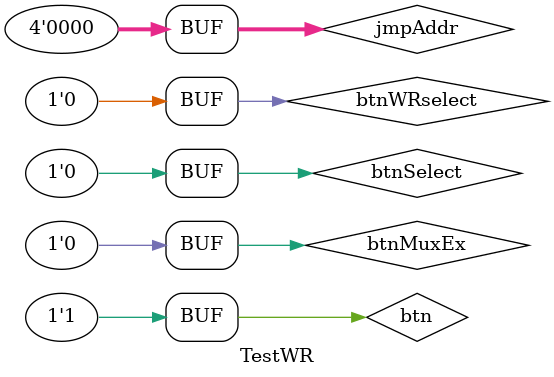
<source format=v>
`timescale 1ns / 1ps


module TestWR;

	// Inputs
	reg btn;
	reg btnSelect;
	reg btnWRselect;
	reg btnMuxEx;
	reg [3:0] jmpAddr;

	// Outputs
	wire zeroAlu;
	wire [31:0] outMuxWb;

	// Instantiate the Unit Under Test (UUT)
	pipeline uut (
		.btn(btn), 
		.btnSelect(btnSelect), 
		.btnWRselect(btnWRselect), 
		.btnMuxEx(btnMuxEx), 
		.jmpAddr(jmpAddr), 
		.zeroAlu(zeroAlu), 
		.outMuxWb(outMuxWb)
	);

	initial begin
		// Initialize Inputs
		btn = 0;
		btnSelect = 0;
		btnWRselect = 0;
		btnMuxEx = 0;
		jmpAddr = 0;

		// Wait 100 ns for global reset to finish
		#100;
      
		btnWRselect = 1;

		#100;
		
		btnWRselect = 0;
		#100;
		btn = 1;
		#100;
		// Add stimulus here

	end
      
endmodule


</source>
